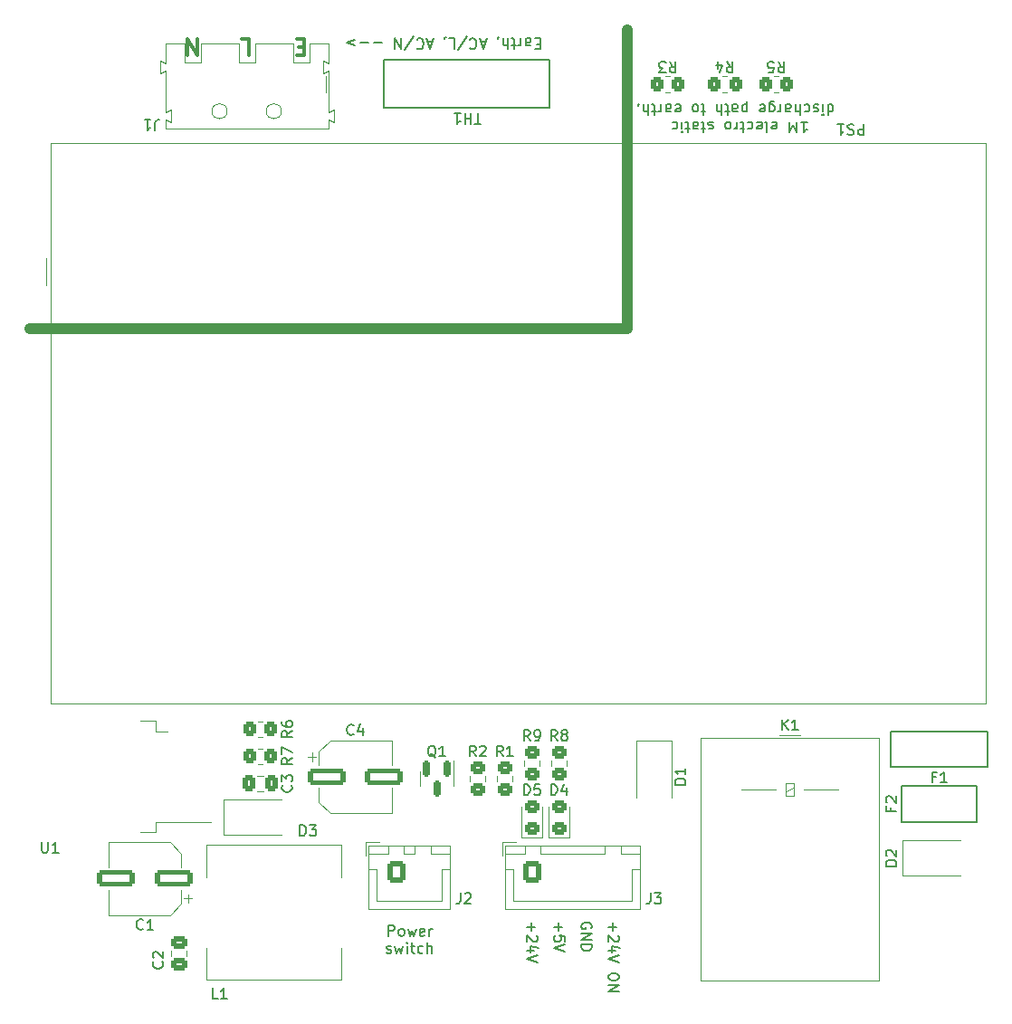
<source format=gto>
G04 #@! TF.GenerationSoftware,KiCad,Pcbnew,(6.0.9)*
G04 #@! TF.CreationDate,2022-12-10T11:16:04+01:00*
G04 #@! TF.ProjectId,IoT12 Power Supply,496f5431-3220-4506-9f77-657220537570,V1.2*
G04 #@! TF.SameCoordinates,Original*
G04 #@! TF.FileFunction,Legend,Top*
G04 #@! TF.FilePolarity,Positive*
%FSLAX46Y46*%
G04 Gerber Fmt 4.6, Leading zero omitted, Abs format (unit mm)*
G04 Created by KiCad (PCBNEW (6.0.9)) date 2022-12-10 11:16:04*
%MOMM*%
%LPD*%
G01*
G04 APERTURE LIST*
G04 Aperture macros list*
%AMRoundRect*
0 Rectangle with rounded corners*
0 $1 Rounding radius*
0 $2 $3 $4 $5 $6 $7 $8 $9 X,Y pos of 4 corners*
0 Add a 4 corners polygon primitive as box body*
4,1,4,$2,$3,$4,$5,$6,$7,$8,$9,$2,$3,0*
0 Add four circle primitives for the rounded corners*
1,1,$1+$1,$2,$3*
1,1,$1+$1,$4,$5*
1,1,$1+$1,$6,$7*
1,1,$1+$1,$8,$9*
0 Add four rect primitives between the rounded corners*
20,1,$1+$1,$2,$3,$4,$5,0*
20,1,$1+$1,$4,$5,$6,$7,0*
20,1,$1+$1,$6,$7,$8,$9,0*
20,1,$1+$1,$8,$9,$2,$3,0*%
G04 Aperture macros list end*
%ADD10C,1.000000*%
%ADD11C,0.300000*%
%ADD12C,0.150000*%
%ADD13C,0.120000*%
%ADD14C,1.700000*%
%ADD15R,3.000000X3.000000*%
%ADD16C,3.000000*%
%ADD17RoundRect,0.250000X-0.600000X-0.725000X0.600000X-0.725000X0.600000X0.725000X-0.600000X0.725000X0*%
%ADD18O,1.700000X1.950000*%
%ADD19C,0.800000*%
%ADD20C,6.400000*%
%ADD21R,2.500000X2.500000*%
%ADD22C,2.500000*%
%ADD23C,4.000000*%
%ADD24O,2.500000X2.500000*%
%ADD25RoundRect,0.250000X-0.350000X-0.450000X0.350000X-0.450000X0.350000X0.450000X-0.350000X0.450000X0*%
%ADD26R,2.500000X1.800000*%
%ADD27RoundRect,0.250000X0.350000X0.450000X-0.350000X0.450000X-0.350000X-0.450000X0.350000X-0.450000X0*%
%ADD28RoundRect,0.250000X0.337500X0.475000X-0.337500X0.475000X-0.337500X-0.475000X0.337500X-0.475000X0*%
%ADD29RoundRect,0.250000X-1.500000X-0.550000X1.500000X-0.550000X1.500000X0.550000X-1.500000X0.550000X0*%
%ADD30R,1.800000X2.500000*%
%ADD31R,2.900000X5.400000*%
%ADD32RoundRect,0.250000X-0.600000X-0.750000X0.600000X-0.750000X0.600000X0.750000X-0.600000X0.750000X0*%
%ADD33O,1.700000X2.000000*%
%ADD34RoundRect,0.250000X-0.450000X0.350000X-0.450000X-0.350000X0.450000X-0.350000X0.450000X0.350000X0*%
%ADD35R,4.600000X1.100000*%
%ADD36R,9.400000X10.800000*%
%ADD37RoundRect,0.250000X0.450000X-0.325000X0.450000X0.325000X-0.450000X0.325000X-0.450000X-0.325000X0*%
%ADD38C,1.800000*%
%ADD39C,1.600000*%
%ADD40RoundRect,0.250000X0.450000X-0.350000X0.450000X0.350000X-0.450000X0.350000X-0.450000X-0.350000X0*%
%ADD41RoundRect,0.250000X1.500000X0.550000X-1.500000X0.550000X-1.500000X-0.550000X1.500000X-0.550000X0*%
%ADD42RoundRect,0.150000X-0.150000X0.587500X-0.150000X-0.587500X0.150000X-0.587500X0.150000X0.587500X0*%
%ADD43RoundRect,0.250000X-0.475000X0.337500X-0.475000X-0.337500X0.475000X-0.337500X0.475000X0.337500X0*%
G04 APERTURE END LIST*
D10*
X106680000Y-81280000D02*
X162560000Y-81280000D01*
X162560000Y-81280000D02*
X162560000Y-53340000D01*
D11*
X122348571Y-54185428D02*
X122348571Y-55685428D01*
X121491428Y-54185428D01*
X121491428Y-55685428D01*
D12*
X140263809Y-138077380D02*
X140263809Y-137077380D01*
X140644761Y-137077380D01*
X140740000Y-137125000D01*
X140787619Y-137172619D01*
X140835238Y-137267857D01*
X140835238Y-137410714D01*
X140787619Y-137505952D01*
X140740000Y-137553571D01*
X140644761Y-137601190D01*
X140263809Y-137601190D01*
X141406666Y-138077380D02*
X141311428Y-138029761D01*
X141263809Y-137982142D01*
X141216190Y-137886904D01*
X141216190Y-137601190D01*
X141263809Y-137505952D01*
X141311428Y-137458333D01*
X141406666Y-137410714D01*
X141549523Y-137410714D01*
X141644761Y-137458333D01*
X141692380Y-137505952D01*
X141740000Y-137601190D01*
X141740000Y-137886904D01*
X141692380Y-137982142D01*
X141644761Y-138029761D01*
X141549523Y-138077380D01*
X141406666Y-138077380D01*
X142073333Y-137410714D02*
X142263809Y-138077380D01*
X142454285Y-137601190D01*
X142644761Y-138077380D01*
X142835238Y-137410714D01*
X143597142Y-138029761D02*
X143501904Y-138077380D01*
X143311428Y-138077380D01*
X143216190Y-138029761D01*
X143168571Y-137934523D01*
X143168571Y-137553571D01*
X143216190Y-137458333D01*
X143311428Y-137410714D01*
X143501904Y-137410714D01*
X143597142Y-137458333D01*
X143644761Y-137553571D01*
X143644761Y-137648809D01*
X143168571Y-137744047D01*
X144073333Y-138077380D02*
X144073333Y-137410714D01*
X144073333Y-137601190D02*
X144120952Y-137505952D01*
X144168571Y-137458333D01*
X144263809Y-137410714D01*
X144359047Y-137410714D01*
X140097142Y-139639761D02*
X140192380Y-139687380D01*
X140382857Y-139687380D01*
X140478095Y-139639761D01*
X140525714Y-139544523D01*
X140525714Y-139496904D01*
X140478095Y-139401666D01*
X140382857Y-139354047D01*
X140240000Y-139354047D01*
X140144761Y-139306428D01*
X140097142Y-139211190D01*
X140097142Y-139163571D01*
X140144761Y-139068333D01*
X140240000Y-139020714D01*
X140382857Y-139020714D01*
X140478095Y-139068333D01*
X140859047Y-139020714D02*
X141049523Y-139687380D01*
X141240000Y-139211190D01*
X141430476Y-139687380D01*
X141620952Y-139020714D01*
X142001904Y-139687380D02*
X142001904Y-139020714D01*
X142001904Y-138687380D02*
X141954285Y-138735000D01*
X142001904Y-138782619D01*
X142049523Y-138735000D01*
X142001904Y-138687380D01*
X142001904Y-138782619D01*
X142335238Y-139020714D02*
X142716190Y-139020714D01*
X142478095Y-138687380D02*
X142478095Y-139544523D01*
X142525714Y-139639761D01*
X142620952Y-139687380D01*
X142716190Y-139687380D01*
X143478095Y-139639761D02*
X143382857Y-139687380D01*
X143192380Y-139687380D01*
X143097142Y-139639761D01*
X143049523Y-139592142D01*
X143001904Y-139496904D01*
X143001904Y-139211190D01*
X143049523Y-139115952D01*
X143097142Y-139068333D01*
X143192380Y-139020714D01*
X143382857Y-139020714D01*
X143478095Y-139068333D01*
X143906666Y-139687380D02*
X143906666Y-138687380D01*
X144335238Y-139687380D02*
X144335238Y-139163571D01*
X144287619Y-139068333D01*
X144192380Y-139020714D01*
X144049523Y-139020714D01*
X143954285Y-139068333D01*
X143906666Y-139115952D01*
X154438809Y-54681428D02*
X154105476Y-54681428D01*
X153962619Y-54157619D02*
X154438809Y-54157619D01*
X154438809Y-55157619D01*
X153962619Y-55157619D01*
X153105476Y-54157619D02*
X153105476Y-54681428D01*
X153153095Y-54776666D01*
X153248333Y-54824285D01*
X153438809Y-54824285D01*
X153534047Y-54776666D01*
X153105476Y-54205238D02*
X153200714Y-54157619D01*
X153438809Y-54157619D01*
X153534047Y-54205238D01*
X153581666Y-54300476D01*
X153581666Y-54395714D01*
X153534047Y-54490952D01*
X153438809Y-54538571D01*
X153200714Y-54538571D01*
X153105476Y-54586190D01*
X152629285Y-54157619D02*
X152629285Y-54824285D01*
X152629285Y-54633809D02*
X152581666Y-54729047D01*
X152534047Y-54776666D01*
X152438809Y-54824285D01*
X152343571Y-54824285D01*
X152153095Y-54824285D02*
X151772142Y-54824285D01*
X152010238Y-55157619D02*
X152010238Y-54300476D01*
X151962619Y-54205238D01*
X151867380Y-54157619D01*
X151772142Y-54157619D01*
X151438809Y-54157619D02*
X151438809Y-55157619D01*
X151010238Y-54157619D02*
X151010238Y-54681428D01*
X151057857Y-54776666D01*
X151153095Y-54824285D01*
X151295952Y-54824285D01*
X151391190Y-54776666D01*
X151438809Y-54729047D01*
X150486428Y-54205238D02*
X150486428Y-54157619D01*
X150534047Y-54062380D01*
X150581666Y-54014761D01*
X149343571Y-54443333D02*
X148867380Y-54443333D01*
X149438809Y-54157619D02*
X149105476Y-55157619D01*
X148772142Y-54157619D01*
X147867380Y-54252857D02*
X147915000Y-54205238D01*
X148057857Y-54157619D01*
X148153095Y-54157619D01*
X148295952Y-54205238D01*
X148391190Y-54300476D01*
X148438809Y-54395714D01*
X148486428Y-54586190D01*
X148486428Y-54729047D01*
X148438809Y-54919523D01*
X148391190Y-55014761D01*
X148295952Y-55110000D01*
X148153095Y-55157619D01*
X148057857Y-55157619D01*
X147915000Y-55110000D01*
X147867380Y-55062380D01*
X146724523Y-55205238D02*
X147581666Y-53919523D01*
X145915000Y-54157619D02*
X146391190Y-54157619D01*
X146391190Y-55157619D01*
X145534047Y-54205238D02*
X145534047Y-54157619D01*
X145581666Y-54062380D01*
X145629285Y-54014761D01*
X144391190Y-54443333D02*
X143915000Y-54443333D01*
X144486428Y-54157619D02*
X144153095Y-55157619D01*
X143819761Y-54157619D01*
X142915000Y-54252857D02*
X142962619Y-54205238D01*
X143105476Y-54157619D01*
X143200714Y-54157619D01*
X143343571Y-54205238D01*
X143438809Y-54300476D01*
X143486428Y-54395714D01*
X143534047Y-54586190D01*
X143534047Y-54729047D01*
X143486428Y-54919523D01*
X143438809Y-55014761D01*
X143343571Y-55110000D01*
X143200714Y-55157619D01*
X143105476Y-55157619D01*
X142962619Y-55110000D01*
X142915000Y-55062380D01*
X141772142Y-55205238D02*
X142629285Y-53919523D01*
X141438809Y-54157619D02*
X141438809Y-55157619D01*
X140867380Y-54157619D01*
X140867380Y-55157619D01*
X139629285Y-54538571D02*
X138867380Y-54538571D01*
X138391190Y-54538571D02*
X137629285Y-54538571D01*
X137153095Y-54824285D02*
X136391190Y-54538571D01*
X137153095Y-54252857D01*
X156138571Y-136860595D02*
X156138571Y-137622500D01*
X155757619Y-137241547D02*
X156519523Y-137241547D01*
X156757619Y-138574880D02*
X156757619Y-138098690D01*
X156281428Y-138051071D01*
X156329047Y-138098690D01*
X156376666Y-138193928D01*
X156376666Y-138432023D01*
X156329047Y-138527261D01*
X156281428Y-138574880D01*
X156186190Y-138622500D01*
X155948095Y-138622500D01*
X155852857Y-138574880D01*
X155805238Y-138527261D01*
X155757619Y-138432023D01*
X155757619Y-138193928D01*
X155805238Y-138098690D01*
X155852857Y-138051071D01*
X156757619Y-138908214D02*
X155757619Y-139241547D01*
X156757619Y-139574880D01*
X153598571Y-136860595D02*
X153598571Y-137622500D01*
X153217619Y-137241547D02*
X153979523Y-137241547D01*
X154122380Y-138051071D02*
X154170000Y-138098690D01*
X154217619Y-138193928D01*
X154217619Y-138432023D01*
X154170000Y-138527261D01*
X154122380Y-138574880D01*
X154027142Y-138622500D01*
X153931904Y-138622500D01*
X153789047Y-138574880D01*
X153217619Y-138003452D01*
X153217619Y-138622500D01*
X153884285Y-139479642D02*
X153217619Y-139479642D01*
X154265238Y-139241547D02*
X153550952Y-139003452D01*
X153550952Y-139622500D01*
X154217619Y-139860595D02*
X153217619Y-140193928D01*
X154217619Y-140527261D01*
D11*
X132401428Y-54971142D02*
X131901428Y-54971142D01*
X131687142Y-54185428D02*
X132401428Y-54185428D01*
X132401428Y-55685428D01*
X131687142Y-55685428D01*
D12*
X159250000Y-137384404D02*
X159297619Y-137289166D01*
X159297619Y-137146309D01*
X159250000Y-137003452D01*
X159154761Y-136908214D01*
X159059523Y-136860595D01*
X158869047Y-136812976D01*
X158726190Y-136812976D01*
X158535714Y-136860595D01*
X158440476Y-136908214D01*
X158345238Y-137003452D01*
X158297619Y-137146309D01*
X158297619Y-137241547D01*
X158345238Y-137384404D01*
X158392857Y-137432023D01*
X158726190Y-137432023D01*
X158726190Y-137241547D01*
X158297619Y-137860595D02*
X159297619Y-137860595D01*
X158297619Y-138432023D01*
X159297619Y-138432023D01*
X158297619Y-138908214D02*
X159297619Y-138908214D01*
X159297619Y-139146309D01*
X159250000Y-139289166D01*
X159154761Y-139384404D01*
X159059523Y-139432023D01*
X158869047Y-139479642D01*
X158726190Y-139479642D01*
X158535714Y-139432023D01*
X158440476Y-139384404D01*
X158345238Y-139289166D01*
X158297619Y-139146309D01*
X158297619Y-138908214D01*
D11*
X126535714Y-54185428D02*
X127250000Y-54185428D01*
X127250000Y-55685428D01*
D12*
X161218571Y-136860595D02*
X161218571Y-137622500D01*
X160837619Y-137241547D02*
X161599523Y-137241547D01*
X161742380Y-138051071D02*
X161790000Y-138098690D01*
X161837619Y-138193928D01*
X161837619Y-138432023D01*
X161790000Y-138527261D01*
X161742380Y-138574880D01*
X161647142Y-138622500D01*
X161551904Y-138622500D01*
X161409047Y-138574880D01*
X160837619Y-138003452D01*
X160837619Y-138622500D01*
X161504285Y-139479642D02*
X160837619Y-139479642D01*
X161885238Y-139241547D02*
X161170952Y-139003452D01*
X161170952Y-139622500D01*
X161837619Y-139860595D02*
X160837619Y-140193928D01*
X161837619Y-140527261D01*
X161837619Y-141812976D02*
X161837619Y-142003452D01*
X161790000Y-142098690D01*
X161694761Y-142193928D01*
X161504285Y-142241547D01*
X161170952Y-142241547D01*
X160980476Y-142193928D01*
X160885238Y-142098690D01*
X160837619Y-142003452D01*
X160837619Y-141812976D01*
X160885238Y-141717738D01*
X160980476Y-141622500D01*
X161170952Y-141574880D01*
X161504285Y-141574880D01*
X161694761Y-141622500D01*
X161790000Y-141717738D01*
X161837619Y-141812976D01*
X160837619Y-142670119D02*
X161837619Y-142670119D01*
X160837619Y-143241547D01*
X161837619Y-143241547D01*
X178839047Y-61947619D02*
X179410476Y-61947619D01*
X179124761Y-61947619D02*
X179124761Y-62947619D01*
X179220000Y-62804761D01*
X179315238Y-62709523D01*
X179410476Y-62661904D01*
X178410476Y-61947619D02*
X178410476Y-62947619D01*
X178077142Y-62233333D01*
X177743809Y-62947619D01*
X177743809Y-61947619D01*
X176124761Y-61995238D02*
X176220000Y-61947619D01*
X176410476Y-61947619D01*
X176505714Y-61995238D01*
X176553333Y-62090476D01*
X176553333Y-62471428D01*
X176505714Y-62566666D01*
X176410476Y-62614285D01*
X176220000Y-62614285D01*
X176124761Y-62566666D01*
X176077142Y-62471428D01*
X176077142Y-62376190D01*
X176553333Y-62280952D01*
X175505714Y-61947619D02*
X175600952Y-61995238D01*
X175648571Y-62090476D01*
X175648571Y-62947619D01*
X174743809Y-61995238D02*
X174839047Y-61947619D01*
X175029523Y-61947619D01*
X175124761Y-61995238D01*
X175172380Y-62090476D01*
X175172380Y-62471428D01*
X175124761Y-62566666D01*
X175029523Y-62614285D01*
X174839047Y-62614285D01*
X174743809Y-62566666D01*
X174696190Y-62471428D01*
X174696190Y-62376190D01*
X175172380Y-62280952D01*
X173839047Y-61995238D02*
X173934285Y-61947619D01*
X174124761Y-61947619D01*
X174220000Y-61995238D01*
X174267619Y-62042857D01*
X174315238Y-62138095D01*
X174315238Y-62423809D01*
X174267619Y-62519047D01*
X174220000Y-62566666D01*
X174124761Y-62614285D01*
X173934285Y-62614285D01*
X173839047Y-62566666D01*
X173553333Y-62614285D02*
X173172380Y-62614285D01*
X173410476Y-62947619D02*
X173410476Y-62090476D01*
X173362857Y-61995238D01*
X173267619Y-61947619D01*
X173172380Y-61947619D01*
X172839047Y-61947619D02*
X172839047Y-62614285D01*
X172839047Y-62423809D02*
X172791428Y-62519047D01*
X172743809Y-62566666D01*
X172648571Y-62614285D01*
X172553333Y-62614285D01*
X172077142Y-61947619D02*
X172172380Y-61995238D01*
X172220000Y-62042857D01*
X172267619Y-62138095D01*
X172267619Y-62423809D01*
X172220000Y-62519047D01*
X172172380Y-62566666D01*
X172077142Y-62614285D01*
X171934285Y-62614285D01*
X171839047Y-62566666D01*
X171791428Y-62519047D01*
X171743809Y-62423809D01*
X171743809Y-62138095D01*
X171791428Y-62042857D01*
X171839047Y-61995238D01*
X171934285Y-61947619D01*
X172077142Y-61947619D01*
X170600952Y-61995238D02*
X170505714Y-61947619D01*
X170315238Y-61947619D01*
X170220000Y-61995238D01*
X170172380Y-62090476D01*
X170172380Y-62138095D01*
X170220000Y-62233333D01*
X170315238Y-62280952D01*
X170458095Y-62280952D01*
X170553333Y-62328571D01*
X170600952Y-62423809D01*
X170600952Y-62471428D01*
X170553333Y-62566666D01*
X170458095Y-62614285D01*
X170315238Y-62614285D01*
X170220000Y-62566666D01*
X169886666Y-62614285D02*
X169505714Y-62614285D01*
X169743809Y-62947619D02*
X169743809Y-62090476D01*
X169696190Y-61995238D01*
X169600952Y-61947619D01*
X169505714Y-61947619D01*
X168743809Y-61947619D02*
X168743809Y-62471428D01*
X168791428Y-62566666D01*
X168886666Y-62614285D01*
X169077142Y-62614285D01*
X169172380Y-62566666D01*
X168743809Y-61995238D02*
X168839047Y-61947619D01*
X169077142Y-61947619D01*
X169172380Y-61995238D01*
X169220000Y-62090476D01*
X169220000Y-62185714D01*
X169172380Y-62280952D01*
X169077142Y-62328571D01*
X168839047Y-62328571D01*
X168743809Y-62376190D01*
X168410476Y-62614285D02*
X168029523Y-62614285D01*
X168267619Y-62947619D02*
X168267619Y-62090476D01*
X168220000Y-61995238D01*
X168124761Y-61947619D01*
X168029523Y-61947619D01*
X167696190Y-61947619D02*
X167696190Y-62614285D01*
X167696190Y-62947619D02*
X167743809Y-62900000D01*
X167696190Y-62852380D01*
X167648571Y-62900000D01*
X167696190Y-62947619D01*
X167696190Y-62852380D01*
X166791428Y-61995238D02*
X166886666Y-61947619D01*
X167077142Y-61947619D01*
X167172380Y-61995238D01*
X167220000Y-62042857D01*
X167267619Y-62138095D01*
X167267619Y-62423809D01*
X167220000Y-62519047D01*
X167172380Y-62566666D01*
X167077142Y-62614285D01*
X166886666Y-62614285D01*
X166791428Y-62566666D01*
X181362857Y-60337619D02*
X181362857Y-61337619D01*
X181362857Y-60385238D02*
X181458095Y-60337619D01*
X181648571Y-60337619D01*
X181743809Y-60385238D01*
X181791428Y-60432857D01*
X181839047Y-60528095D01*
X181839047Y-60813809D01*
X181791428Y-60909047D01*
X181743809Y-60956666D01*
X181648571Y-61004285D01*
X181458095Y-61004285D01*
X181362857Y-60956666D01*
X180886666Y-60337619D02*
X180886666Y-61004285D01*
X180886666Y-61337619D02*
X180934285Y-61290000D01*
X180886666Y-61242380D01*
X180839047Y-61290000D01*
X180886666Y-61337619D01*
X180886666Y-61242380D01*
X180458095Y-60385238D02*
X180362857Y-60337619D01*
X180172380Y-60337619D01*
X180077142Y-60385238D01*
X180029523Y-60480476D01*
X180029523Y-60528095D01*
X180077142Y-60623333D01*
X180172380Y-60670952D01*
X180315238Y-60670952D01*
X180410476Y-60718571D01*
X180458095Y-60813809D01*
X180458095Y-60861428D01*
X180410476Y-60956666D01*
X180315238Y-61004285D01*
X180172380Y-61004285D01*
X180077142Y-60956666D01*
X179172380Y-60385238D02*
X179267619Y-60337619D01*
X179458095Y-60337619D01*
X179553333Y-60385238D01*
X179600952Y-60432857D01*
X179648571Y-60528095D01*
X179648571Y-60813809D01*
X179600952Y-60909047D01*
X179553333Y-60956666D01*
X179458095Y-61004285D01*
X179267619Y-61004285D01*
X179172380Y-60956666D01*
X178743809Y-60337619D02*
X178743809Y-61337619D01*
X178315238Y-60337619D02*
X178315238Y-60861428D01*
X178362857Y-60956666D01*
X178458095Y-61004285D01*
X178600952Y-61004285D01*
X178696190Y-60956666D01*
X178743809Y-60909047D01*
X177410476Y-60337619D02*
X177410476Y-60861428D01*
X177458095Y-60956666D01*
X177553333Y-61004285D01*
X177743809Y-61004285D01*
X177839047Y-60956666D01*
X177410476Y-60385238D02*
X177505714Y-60337619D01*
X177743809Y-60337619D01*
X177839047Y-60385238D01*
X177886666Y-60480476D01*
X177886666Y-60575714D01*
X177839047Y-60670952D01*
X177743809Y-60718571D01*
X177505714Y-60718571D01*
X177410476Y-60766190D01*
X176934285Y-60337619D02*
X176934285Y-61004285D01*
X176934285Y-60813809D02*
X176886666Y-60909047D01*
X176839047Y-60956666D01*
X176743809Y-61004285D01*
X176648571Y-61004285D01*
X175886666Y-61004285D02*
X175886666Y-60194761D01*
X175934285Y-60099523D01*
X175981904Y-60051904D01*
X176077142Y-60004285D01*
X176220000Y-60004285D01*
X176315238Y-60051904D01*
X175886666Y-60385238D02*
X175981904Y-60337619D01*
X176172380Y-60337619D01*
X176267619Y-60385238D01*
X176315238Y-60432857D01*
X176362857Y-60528095D01*
X176362857Y-60813809D01*
X176315238Y-60909047D01*
X176267619Y-60956666D01*
X176172380Y-61004285D01*
X175981904Y-61004285D01*
X175886666Y-60956666D01*
X175029523Y-60385238D02*
X175124761Y-60337619D01*
X175315238Y-60337619D01*
X175410476Y-60385238D01*
X175458095Y-60480476D01*
X175458095Y-60861428D01*
X175410476Y-60956666D01*
X175315238Y-61004285D01*
X175124761Y-61004285D01*
X175029523Y-60956666D01*
X174981904Y-60861428D01*
X174981904Y-60766190D01*
X175458095Y-60670952D01*
X173791428Y-61004285D02*
X173791428Y-60004285D01*
X173791428Y-60956666D02*
X173696190Y-61004285D01*
X173505714Y-61004285D01*
X173410476Y-60956666D01*
X173362857Y-60909047D01*
X173315238Y-60813809D01*
X173315238Y-60528095D01*
X173362857Y-60432857D01*
X173410476Y-60385238D01*
X173505714Y-60337619D01*
X173696190Y-60337619D01*
X173791428Y-60385238D01*
X172458095Y-60337619D02*
X172458095Y-60861428D01*
X172505714Y-60956666D01*
X172600952Y-61004285D01*
X172791428Y-61004285D01*
X172886666Y-60956666D01*
X172458095Y-60385238D02*
X172553333Y-60337619D01*
X172791428Y-60337619D01*
X172886666Y-60385238D01*
X172934285Y-60480476D01*
X172934285Y-60575714D01*
X172886666Y-60670952D01*
X172791428Y-60718571D01*
X172553333Y-60718571D01*
X172458095Y-60766190D01*
X172124761Y-61004285D02*
X171743809Y-61004285D01*
X171981904Y-61337619D02*
X171981904Y-60480476D01*
X171934285Y-60385238D01*
X171839047Y-60337619D01*
X171743809Y-60337619D01*
X171410476Y-60337619D02*
X171410476Y-61337619D01*
X170981904Y-60337619D02*
X170981904Y-60861428D01*
X171029523Y-60956666D01*
X171124761Y-61004285D01*
X171267619Y-61004285D01*
X171362857Y-60956666D01*
X171410476Y-60909047D01*
X169886666Y-61004285D02*
X169505714Y-61004285D01*
X169743809Y-61337619D02*
X169743809Y-60480476D01*
X169696190Y-60385238D01*
X169600952Y-60337619D01*
X169505714Y-60337619D01*
X169029523Y-60337619D02*
X169124761Y-60385238D01*
X169172380Y-60432857D01*
X169220000Y-60528095D01*
X169220000Y-60813809D01*
X169172380Y-60909047D01*
X169124761Y-60956666D01*
X169029523Y-61004285D01*
X168886666Y-61004285D01*
X168791428Y-60956666D01*
X168743809Y-60909047D01*
X168696190Y-60813809D01*
X168696190Y-60528095D01*
X168743809Y-60432857D01*
X168791428Y-60385238D01*
X168886666Y-60337619D01*
X169029523Y-60337619D01*
X167124761Y-60385238D02*
X167220000Y-60337619D01*
X167410476Y-60337619D01*
X167505714Y-60385238D01*
X167553333Y-60480476D01*
X167553333Y-60861428D01*
X167505714Y-60956666D01*
X167410476Y-61004285D01*
X167220000Y-61004285D01*
X167124761Y-60956666D01*
X167077142Y-60861428D01*
X167077142Y-60766190D01*
X167553333Y-60670952D01*
X166220000Y-60337619D02*
X166220000Y-60861428D01*
X166267619Y-60956666D01*
X166362857Y-61004285D01*
X166553333Y-61004285D01*
X166648571Y-60956666D01*
X166220000Y-60385238D02*
X166315238Y-60337619D01*
X166553333Y-60337619D01*
X166648571Y-60385238D01*
X166696190Y-60480476D01*
X166696190Y-60575714D01*
X166648571Y-60670952D01*
X166553333Y-60718571D01*
X166315238Y-60718571D01*
X166220000Y-60766190D01*
X165743809Y-60337619D02*
X165743809Y-61004285D01*
X165743809Y-60813809D02*
X165696190Y-60909047D01*
X165648571Y-60956666D01*
X165553333Y-61004285D01*
X165458095Y-61004285D01*
X165267619Y-61004285D02*
X164886666Y-61004285D01*
X165124761Y-61337619D02*
X165124761Y-60480476D01*
X165077142Y-60385238D01*
X164981904Y-60337619D01*
X164886666Y-60337619D01*
X164553333Y-60337619D02*
X164553333Y-61337619D01*
X164124761Y-60337619D02*
X164124761Y-60861428D01*
X164172380Y-60956666D01*
X164267619Y-61004285D01*
X164410476Y-61004285D01*
X164505714Y-60956666D01*
X164553333Y-60909047D01*
X163648571Y-60432857D02*
X163600952Y-60385238D01*
X163648571Y-60337619D01*
X163696190Y-60385238D01*
X163648571Y-60432857D01*
X163648571Y-60337619D01*
X191436666Y-123228571D02*
X191103333Y-123228571D01*
X191103333Y-123752380D02*
X191103333Y-122752380D01*
X191579523Y-122752380D01*
X192484285Y-123752380D02*
X191912857Y-123752380D01*
X192198571Y-123752380D02*
X192198571Y-122752380D01*
X192103333Y-122895238D01*
X192008095Y-122990476D01*
X191912857Y-123038095D01*
X118443333Y-62777619D02*
X118443333Y-62063333D01*
X118490952Y-61920476D01*
X118586190Y-61825238D01*
X118729047Y-61777619D01*
X118824285Y-61777619D01*
X117443333Y-61777619D02*
X118014761Y-61777619D01*
X117729047Y-61777619D02*
X117729047Y-62777619D01*
X117824285Y-62634761D01*
X117919523Y-62539523D01*
X118014761Y-62491904D01*
X164766666Y-134072380D02*
X164766666Y-134786666D01*
X164719047Y-134929523D01*
X164623809Y-135024761D01*
X164480952Y-135072380D01*
X164385714Y-135072380D01*
X165147619Y-134072380D02*
X165766666Y-134072380D01*
X165433333Y-134453333D01*
X165576190Y-134453333D01*
X165671428Y-134500952D01*
X165719047Y-134548571D01*
X165766666Y-134643809D01*
X165766666Y-134881904D01*
X165719047Y-134977142D01*
X165671428Y-135024761D01*
X165576190Y-135072380D01*
X165290476Y-135072380D01*
X165195238Y-135024761D01*
X165147619Y-134977142D01*
X184729285Y-62158619D02*
X184729285Y-63158619D01*
X184348333Y-63158619D01*
X184253095Y-63111000D01*
X184205476Y-63063380D01*
X184157857Y-62968142D01*
X184157857Y-62825285D01*
X184205476Y-62730047D01*
X184253095Y-62682428D01*
X184348333Y-62634809D01*
X184729285Y-62634809D01*
X183776904Y-62206238D02*
X183634047Y-62158619D01*
X183395952Y-62158619D01*
X183300714Y-62206238D01*
X183253095Y-62253857D01*
X183205476Y-62349095D01*
X183205476Y-62444333D01*
X183253095Y-62539571D01*
X183300714Y-62587190D01*
X183395952Y-62634809D01*
X183586428Y-62682428D01*
X183681666Y-62730047D01*
X183729285Y-62777666D01*
X183776904Y-62872904D01*
X183776904Y-62968142D01*
X183729285Y-63063380D01*
X183681666Y-63111000D01*
X183586428Y-63158619D01*
X183348333Y-63158619D01*
X183205476Y-63111000D01*
X182253095Y-62158619D02*
X182824523Y-62158619D01*
X182538809Y-62158619D02*
X182538809Y-63158619D01*
X182634047Y-63015761D01*
X182729285Y-62920523D01*
X182824523Y-62872904D01*
X177061904Y-118834880D02*
X177061904Y-117834880D01*
X177633333Y-118834880D02*
X177204761Y-118263452D01*
X177633333Y-117834880D02*
X177061904Y-118406309D01*
X178585714Y-118834880D02*
X178014285Y-118834880D01*
X178300000Y-118834880D02*
X178300000Y-117834880D01*
X178204761Y-117977738D01*
X178109523Y-118072976D01*
X178014285Y-118120595D01*
X166536666Y-56317619D02*
X166870000Y-56793809D01*
X167108095Y-56317619D02*
X167108095Y-57317619D01*
X166727142Y-57317619D01*
X166631904Y-57270000D01*
X166584285Y-57222380D01*
X166536666Y-57127142D01*
X166536666Y-56984285D01*
X166584285Y-56889047D01*
X166631904Y-56841428D01*
X166727142Y-56793809D01*
X167108095Y-56793809D01*
X166203333Y-57317619D02*
X165584285Y-57317619D01*
X165917619Y-56936666D01*
X165774761Y-56936666D01*
X165679523Y-56889047D01*
X165631904Y-56841428D01*
X165584285Y-56746190D01*
X165584285Y-56508095D01*
X165631904Y-56412857D01*
X165679523Y-56365238D01*
X165774761Y-56317619D01*
X166060476Y-56317619D01*
X166155714Y-56365238D01*
X166203333Y-56412857D01*
X187777380Y-131548095D02*
X186777380Y-131548095D01*
X186777380Y-131310000D01*
X186825000Y-131167142D01*
X186920238Y-131071904D01*
X187015476Y-131024285D01*
X187205952Y-130976666D01*
X187348809Y-130976666D01*
X187539285Y-131024285D01*
X187634523Y-131071904D01*
X187729761Y-131167142D01*
X187777380Y-131310000D01*
X187777380Y-131548095D01*
X186872619Y-130595714D02*
X186825000Y-130548095D01*
X186777380Y-130452857D01*
X186777380Y-130214761D01*
X186825000Y-130119523D01*
X186872619Y-130071904D01*
X186967857Y-130024285D01*
X187063095Y-130024285D01*
X187205952Y-130071904D01*
X187777380Y-130643333D01*
X187777380Y-130024285D01*
X171886666Y-56317619D02*
X172220000Y-56793809D01*
X172458095Y-56317619D02*
X172458095Y-57317619D01*
X172077142Y-57317619D01*
X171981904Y-57270000D01*
X171934285Y-57222380D01*
X171886666Y-57127142D01*
X171886666Y-56984285D01*
X171934285Y-56889047D01*
X171981904Y-56841428D01*
X172077142Y-56793809D01*
X172458095Y-56793809D01*
X171029523Y-56984285D02*
X171029523Y-56317619D01*
X171267619Y-57365238D02*
X171505714Y-56650952D01*
X170886666Y-56650952D01*
X131262380Y-118911666D02*
X130786190Y-119245000D01*
X131262380Y-119483095D02*
X130262380Y-119483095D01*
X130262380Y-119102142D01*
X130310000Y-119006904D01*
X130357619Y-118959285D01*
X130452857Y-118911666D01*
X130595714Y-118911666D01*
X130690952Y-118959285D01*
X130738571Y-119006904D01*
X130786190Y-119102142D01*
X130786190Y-119483095D01*
X130262380Y-118054523D02*
X130262380Y-118245000D01*
X130310000Y-118340238D01*
X130357619Y-118387857D01*
X130500476Y-118483095D01*
X130690952Y-118530714D01*
X131071904Y-118530714D01*
X131167142Y-118483095D01*
X131214761Y-118435476D01*
X131262380Y-118340238D01*
X131262380Y-118149761D01*
X131214761Y-118054523D01*
X131167142Y-118006904D01*
X131071904Y-117959285D01*
X130833809Y-117959285D01*
X130738571Y-118006904D01*
X130690952Y-118054523D01*
X130643333Y-118149761D01*
X130643333Y-118340238D01*
X130690952Y-118435476D01*
X130738571Y-118483095D01*
X130833809Y-118530714D01*
X131167142Y-123991666D02*
X131214761Y-124039285D01*
X131262380Y-124182142D01*
X131262380Y-124277380D01*
X131214761Y-124420238D01*
X131119523Y-124515476D01*
X131024285Y-124563095D01*
X130833809Y-124610714D01*
X130690952Y-124610714D01*
X130500476Y-124563095D01*
X130405238Y-124515476D01*
X130310000Y-124420238D01*
X130262380Y-124277380D01*
X130262380Y-124182142D01*
X130310000Y-124039285D01*
X130357619Y-123991666D01*
X130262380Y-123658333D02*
X130262380Y-123039285D01*
X130643333Y-123372619D01*
X130643333Y-123229761D01*
X130690952Y-123134523D01*
X130738571Y-123086904D01*
X130833809Y-123039285D01*
X131071904Y-123039285D01*
X131167142Y-123086904D01*
X131214761Y-123134523D01*
X131262380Y-123229761D01*
X131262380Y-123515476D01*
X131214761Y-123610714D01*
X131167142Y-123658333D01*
X131976904Y-128722380D02*
X131976904Y-127722380D01*
X132215000Y-127722380D01*
X132357857Y-127770000D01*
X132453095Y-127865238D01*
X132500714Y-127960476D01*
X132548333Y-128150952D01*
X132548333Y-128293809D01*
X132500714Y-128484285D01*
X132453095Y-128579523D01*
X132357857Y-128674761D01*
X132215000Y-128722380D01*
X131976904Y-128722380D01*
X132881666Y-127722380D02*
X133500714Y-127722380D01*
X133167380Y-128103333D01*
X133310238Y-128103333D01*
X133405476Y-128150952D01*
X133453095Y-128198571D01*
X133500714Y-128293809D01*
X133500714Y-128531904D01*
X133453095Y-128627142D01*
X133405476Y-128674761D01*
X133310238Y-128722380D01*
X133024523Y-128722380D01*
X132929285Y-128674761D01*
X132881666Y-128627142D01*
X131262380Y-121451666D02*
X130786190Y-121785000D01*
X131262380Y-122023095D02*
X130262380Y-122023095D01*
X130262380Y-121642142D01*
X130310000Y-121546904D01*
X130357619Y-121499285D01*
X130452857Y-121451666D01*
X130595714Y-121451666D01*
X130690952Y-121499285D01*
X130738571Y-121546904D01*
X130786190Y-121642142D01*
X130786190Y-122023095D01*
X130262380Y-121118333D02*
X130262380Y-120451666D01*
X131262380Y-120880238D01*
X136993333Y-119197142D02*
X136945714Y-119244761D01*
X136802857Y-119292380D01*
X136707619Y-119292380D01*
X136564761Y-119244761D01*
X136469523Y-119149523D01*
X136421904Y-119054285D01*
X136374285Y-118863809D01*
X136374285Y-118720952D01*
X136421904Y-118530476D01*
X136469523Y-118435238D01*
X136564761Y-118340000D01*
X136707619Y-118292380D01*
X136802857Y-118292380D01*
X136945714Y-118340000D01*
X136993333Y-118387619D01*
X137850476Y-118625714D02*
X137850476Y-119292380D01*
X137612380Y-118244761D02*
X137374285Y-118959047D01*
X137993333Y-118959047D01*
X168052380Y-123928095D02*
X167052380Y-123928095D01*
X167052380Y-123690000D01*
X167100000Y-123547142D01*
X167195238Y-123451904D01*
X167290476Y-123404285D01*
X167480952Y-123356666D01*
X167623809Y-123356666D01*
X167814285Y-123404285D01*
X167909523Y-123451904D01*
X168004761Y-123547142D01*
X168052380Y-123690000D01*
X168052380Y-123928095D01*
X168052380Y-122404285D02*
X168052380Y-122975714D01*
X168052380Y-122690000D02*
X167052380Y-122690000D01*
X167195238Y-122785238D01*
X167290476Y-122880476D01*
X167338095Y-122975714D01*
X124293333Y-143962380D02*
X123817142Y-143962380D01*
X123817142Y-142962380D01*
X125150476Y-143962380D02*
X124579047Y-143962380D01*
X124864761Y-143962380D02*
X124864761Y-142962380D01*
X124769523Y-143105238D01*
X124674285Y-143200476D01*
X124579047Y-143248095D01*
X146986666Y-134072380D02*
X146986666Y-134786666D01*
X146939047Y-134929523D01*
X146843809Y-135024761D01*
X146700952Y-135072380D01*
X146605714Y-135072380D01*
X147415238Y-134167619D02*
X147462857Y-134120000D01*
X147558095Y-134072380D01*
X147796190Y-134072380D01*
X147891428Y-134120000D01*
X147939047Y-134167619D01*
X147986666Y-134262857D01*
X147986666Y-134358095D01*
X147939047Y-134500952D01*
X147367619Y-135072380D01*
X147986666Y-135072380D01*
X148423333Y-121297380D02*
X148090000Y-120821190D01*
X147851904Y-121297380D02*
X147851904Y-120297380D01*
X148232857Y-120297380D01*
X148328095Y-120345000D01*
X148375714Y-120392619D01*
X148423333Y-120487857D01*
X148423333Y-120630714D01*
X148375714Y-120725952D01*
X148328095Y-120773571D01*
X148232857Y-120821190D01*
X147851904Y-120821190D01*
X148804285Y-120392619D02*
X148851904Y-120345000D01*
X148947142Y-120297380D01*
X149185238Y-120297380D01*
X149280476Y-120345000D01*
X149328095Y-120392619D01*
X149375714Y-120487857D01*
X149375714Y-120583095D01*
X149328095Y-120725952D01*
X148756666Y-121297380D01*
X149375714Y-121297380D01*
X107823095Y-129292380D02*
X107823095Y-130101904D01*
X107870714Y-130197142D01*
X107918333Y-130244761D01*
X108013571Y-130292380D01*
X108204047Y-130292380D01*
X108299285Y-130244761D01*
X108346904Y-130197142D01*
X108394523Y-130101904D01*
X108394523Y-129292380D01*
X109394523Y-130292380D02*
X108823095Y-130292380D01*
X109108809Y-130292380D02*
X109108809Y-129292380D01*
X109013571Y-129435238D01*
X108918333Y-129530476D01*
X108823095Y-129578095D01*
X155471904Y-124912380D02*
X155471904Y-123912380D01*
X155710000Y-123912380D01*
X155852857Y-123960000D01*
X155948095Y-124055238D01*
X155995714Y-124150476D01*
X156043333Y-124340952D01*
X156043333Y-124483809D01*
X155995714Y-124674285D01*
X155948095Y-124769523D01*
X155852857Y-124864761D01*
X155710000Y-124912380D01*
X155471904Y-124912380D01*
X156900476Y-124245714D02*
X156900476Y-124912380D01*
X156662380Y-123864761D02*
X156424285Y-124579047D01*
X157043333Y-124579047D01*
X176696666Y-56317619D02*
X177030000Y-56793809D01*
X177268095Y-56317619D02*
X177268095Y-57317619D01*
X176887142Y-57317619D01*
X176791904Y-57270000D01*
X176744285Y-57222380D01*
X176696666Y-57127142D01*
X176696666Y-56984285D01*
X176744285Y-56889047D01*
X176791904Y-56841428D01*
X176887142Y-56793809D01*
X177268095Y-56793809D01*
X175791904Y-57317619D02*
X176268095Y-57317619D01*
X176315714Y-56841428D01*
X176268095Y-56889047D01*
X176172857Y-56936666D01*
X175934761Y-56936666D01*
X175839523Y-56889047D01*
X175791904Y-56841428D01*
X175744285Y-56746190D01*
X175744285Y-56508095D01*
X175791904Y-56412857D01*
X175839523Y-56365238D01*
X175934761Y-56317619D01*
X176172857Y-56317619D01*
X176268095Y-56365238D01*
X176315714Y-56412857D01*
X148895714Y-62157619D02*
X148324285Y-62157619D01*
X148610000Y-61157619D02*
X148610000Y-62157619D01*
X147990952Y-61157619D02*
X147990952Y-62157619D01*
X147990952Y-61681428D02*
X147419523Y-61681428D01*
X147419523Y-61157619D02*
X147419523Y-62157619D01*
X146419523Y-61157619D02*
X146990952Y-61157619D01*
X146705238Y-61157619D02*
X146705238Y-62157619D01*
X146800476Y-62014761D01*
X146895714Y-61919523D01*
X146990952Y-61871904D01*
X152931904Y-124912380D02*
X152931904Y-123912380D01*
X153170000Y-123912380D01*
X153312857Y-123960000D01*
X153408095Y-124055238D01*
X153455714Y-124150476D01*
X153503333Y-124340952D01*
X153503333Y-124483809D01*
X153455714Y-124674285D01*
X153408095Y-124769523D01*
X153312857Y-124864761D01*
X153170000Y-124912380D01*
X152931904Y-124912380D01*
X154408095Y-123912380D02*
X153931904Y-123912380D01*
X153884285Y-124388571D01*
X153931904Y-124340952D01*
X154027142Y-124293333D01*
X154265238Y-124293333D01*
X154360476Y-124340952D01*
X154408095Y-124388571D01*
X154455714Y-124483809D01*
X154455714Y-124721904D01*
X154408095Y-124817142D01*
X154360476Y-124864761D01*
X154265238Y-124912380D01*
X154027142Y-124912380D01*
X153931904Y-124864761D01*
X153884285Y-124817142D01*
X187253571Y-126063333D02*
X187253571Y-126396666D01*
X187777380Y-126396666D02*
X186777380Y-126396666D01*
X186777380Y-125920476D01*
X186872619Y-125587142D02*
X186825000Y-125539523D01*
X186777380Y-125444285D01*
X186777380Y-125206190D01*
X186825000Y-125110952D01*
X186872619Y-125063333D01*
X186967857Y-125015714D01*
X187063095Y-125015714D01*
X187205952Y-125063333D01*
X187777380Y-125634761D01*
X187777380Y-125015714D01*
X153503333Y-119832380D02*
X153170000Y-119356190D01*
X152931904Y-119832380D02*
X152931904Y-118832380D01*
X153312857Y-118832380D01*
X153408095Y-118880000D01*
X153455714Y-118927619D01*
X153503333Y-119022857D01*
X153503333Y-119165714D01*
X153455714Y-119260952D01*
X153408095Y-119308571D01*
X153312857Y-119356190D01*
X152931904Y-119356190D01*
X153979523Y-119832380D02*
X154170000Y-119832380D01*
X154265238Y-119784761D01*
X154312857Y-119737142D01*
X154408095Y-119594285D01*
X154455714Y-119403809D01*
X154455714Y-119022857D01*
X154408095Y-118927619D01*
X154360476Y-118880000D01*
X154265238Y-118832380D01*
X154074761Y-118832380D01*
X153979523Y-118880000D01*
X153931904Y-118927619D01*
X153884285Y-119022857D01*
X153884285Y-119260952D01*
X153931904Y-119356190D01*
X153979523Y-119403809D01*
X154074761Y-119451428D01*
X154265238Y-119451428D01*
X154360476Y-119403809D01*
X154408095Y-119356190D01*
X154455714Y-119260952D01*
X150963333Y-121297380D02*
X150630000Y-120821190D01*
X150391904Y-121297380D02*
X150391904Y-120297380D01*
X150772857Y-120297380D01*
X150868095Y-120345000D01*
X150915714Y-120392619D01*
X150963333Y-120487857D01*
X150963333Y-120630714D01*
X150915714Y-120725952D01*
X150868095Y-120773571D01*
X150772857Y-120821190D01*
X150391904Y-120821190D01*
X151915714Y-121297380D02*
X151344285Y-121297380D01*
X151630000Y-121297380D02*
X151630000Y-120297380D01*
X151534761Y-120440238D01*
X151439523Y-120535476D01*
X151344285Y-120583095D01*
X156043333Y-119832380D02*
X155710000Y-119356190D01*
X155471904Y-119832380D02*
X155471904Y-118832380D01*
X155852857Y-118832380D01*
X155948095Y-118880000D01*
X155995714Y-118927619D01*
X156043333Y-119022857D01*
X156043333Y-119165714D01*
X155995714Y-119260952D01*
X155948095Y-119308571D01*
X155852857Y-119356190D01*
X155471904Y-119356190D01*
X156614761Y-119260952D02*
X156519523Y-119213333D01*
X156471904Y-119165714D01*
X156424285Y-119070476D01*
X156424285Y-119022857D01*
X156471904Y-118927619D01*
X156519523Y-118880000D01*
X156614761Y-118832380D01*
X156805238Y-118832380D01*
X156900476Y-118880000D01*
X156948095Y-118927619D01*
X156995714Y-119022857D01*
X156995714Y-119070476D01*
X156948095Y-119165714D01*
X156900476Y-119213333D01*
X156805238Y-119260952D01*
X156614761Y-119260952D01*
X156519523Y-119308571D01*
X156471904Y-119356190D01*
X156424285Y-119451428D01*
X156424285Y-119641904D01*
X156471904Y-119737142D01*
X156519523Y-119784761D01*
X156614761Y-119832380D01*
X156805238Y-119832380D01*
X156900476Y-119784761D01*
X156948095Y-119737142D01*
X156995714Y-119641904D01*
X156995714Y-119451428D01*
X156948095Y-119356190D01*
X156900476Y-119308571D01*
X156805238Y-119260952D01*
X117308333Y-137422142D02*
X117260714Y-137469761D01*
X117117857Y-137517380D01*
X117022619Y-137517380D01*
X116879761Y-137469761D01*
X116784523Y-137374523D01*
X116736904Y-137279285D01*
X116689285Y-137088809D01*
X116689285Y-136945952D01*
X116736904Y-136755476D01*
X116784523Y-136660238D01*
X116879761Y-136565000D01*
X117022619Y-136517380D01*
X117117857Y-136517380D01*
X117260714Y-136565000D01*
X117308333Y-136612619D01*
X118260714Y-137517380D02*
X117689285Y-137517380D01*
X117975000Y-137517380D02*
X117975000Y-136517380D01*
X117879761Y-136660238D01*
X117784523Y-136755476D01*
X117689285Y-136803095D01*
X144684761Y-121392619D02*
X144589523Y-121345000D01*
X144494285Y-121249761D01*
X144351428Y-121106904D01*
X144256190Y-121059285D01*
X144160952Y-121059285D01*
X144208571Y-121297380D02*
X144113333Y-121249761D01*
X144018095Y-121154523D01*
X143970476Y-120964047D01*
X143970476Y-120630714D01*
X144018095Y-120440238D01*
X144113333Y-120345000D01*
X144208571Y-120297380D01*
X144399047Y-120297380D01*
X144494285Y-120345000D01*
X144589523Y-120440238D01*
X144637142Y-120630714D01*
X144637142Y-120964047D01*
X144589523Y-121154523D01*
X144494285Y-121249761D01*
X144399047Y-121297380D01*
X144208571Y-121297380D01*
X145589523Y-121297380D02*
X145018095Y-121297380D01*
X145303809Y-121297380D02*
X145303809Y-120297380D01*
X145208571Y-120440238D01*
X145113333Y-120535476D01*
X145018095Y-120583095D01*
X119102142Y-140501666D02*
X119149761Y-140549285D01*
X119197380Y-140692142D01*
X119197380Y-140787380D01*
X119149761Y-140930238D01*
X119054523Y-141025476D01*
X118959285Y-141073095D01*
X118768809Y-141120714D01*
X118625952Y-141120714D01*
X118435476Y-141073095D01*
X118340238Y-141025476D01*
X118245000Y-140930238D01*
X118197380Y-140787380D01*
X118197380Y-140692142D01*
X118245000Y-140549285D01*
X118292619Y-140501666D01*
X118292619Y-140120714D02*
X118245000Y-140073095D01*
X118197380Y-139977857D01*
X118197380Y-139739761D01*
X118245000Y-139644523D01*
X118292619Y-139596904D01*
X118387857Y-139549285D01*
X118483095Y-139549285D01*
X118625952Y-139596904D01*
X119197380Y-140168333D01*
X119197380Y-139549285D01*
X187270000Y-122300000D02*
X196270000Y-122300000D01*
X187270000Y-119000000D02*
X196270000Y-119000000D01*
X187270000Y-119000000D02*
X187270000Y-122300000D01*
X196270000Y-119000000D02*
X196270000Y-122300000D01*
D13*
X119380000Y-62620000D02*
X119380000Y-61722000D01*
X134620000Y-56515000D02*
X134112000Y-56261000D01*
X122682000Y-54610000D02*
X122682000Y-56388000D01*
X122682000Y-56388000D02*
X121158000Y-56388000D01*
X119888000Y-60833000D02*
X119380000Y-61087000D01*
X131318000Y-54610000D02*
X127762000Y-54610000D01*
X135128000Y-60833000D02*
X134620000Y-61087000D01*
X118872000Y-56261000D02*
X118872000Y-57404000D01*
X119380000Y-61722000D02*
X119888000Y-61976000D01*
X121158000Y-56388000D02*
X121158000Y-54610000D01*
X134620000Y-61087000D02*
X134620000Y-57150000D01*
X119380000Y-56515000D02*
X119380000Y-54610000D01*
X121158000Y-54610000D02*
X119380000Y-54610000D01*
X134112000Y-57404000D02*
X134620000Y-57150000D01*
X119380000Y-56515000D02*
X118872000Y-56261000D01*
X132842000Y-54610000D02*
X132842000Y-56388000D01*
X132842000Y-56388000D02*
X131318000Y-56388000D01*
X119888000Y-61976000D02*
X119888000Y-60833000D01*
X134366000Y-59182000D02*
X134366000Y-57658000D01*
X134620000Y-61722000D02*
X135128000Y-61976000D01*
X126238000Y-56388000D02*
X126238000Y-54610000D01*
X118872000Y-57404000D02*
X119380000Y-57150000D01*
X127762000Y-56388000D02*
X126238000Y-56388000D01*
X134620000Y-54610000D02*
X132842000Y-54610000D01*
X131318000Y-56388000D02*
X131318000Y-54610000D01*
X127762000Y-54610000D02*
X127762000Y-56388000D01*
X119380000Y-61087000D02*
X119380000Y-57150000D01*
X126238000Y-54610000D02*
X122682000Y-54610000D01*
X135128000Y-61976000D02*
X135128000Y-60833000D01*
X119380000Y-62620000D02*
X134620000Y-62620000D01*
X134620000Y-62620000D02*
X134620000Y-61722000D01*
X134112000Y-56261000D02*
X134112000Y-57404000D01*
X134620000Y-56515000D02*
X134620000Y-54610000D01*
X130258420Y-60960000D02*
G75*
G03*
X130258420Y-60960000I-718420J0D01*
G01*
X125178420Y-60960000D02*
G75*
G03*
X125178420Y-60960000I-718420J0D01*
G01*
X160500000Y-130380000D02*
X160500000Y-129630000D01*
X153000000Y-129630000D02*
X151200000Y-129630000D01*
X163800000Y-130380000D02*
X163800000Y-129630000D01*
X151200000Y-130380000D02*
X153000000Y-130380000D01*
X160500000Y-129630000D02*
X154500000Y-129630000D01*
X154500000Y-129630000D02*
X154500000Y-130380000D01*
X163050000Y-134830000D02*
X157500000Y-134830000D01*
X163810000Y-129620000D02*
X151190000Y-129620000D01*
X151950000Y-131880000D02*
X151950000Y-134830000D01*
X163810000Y-135590000D02*
X163810000Y-129620000D01*
X163800000Y-129630000D02*
X162000000Y-129630000D01*
X153000000Y-130380000D02*
X153000000Y-129630000D01*
X154500000Y-130380000D02*
X160500000Y-130380000D01*
X163800000Y-131880000D02*
X163050000Y-131880000D01*
X150900000Y-129330000D02*
X150900000Y-130580000D01*
X162000000Y-129630000D02*
X162000000Y-130380000D01*
X163050000Y-131880000D02*
X163050000Y-134830000D01*
X151200000Y-131880000D02*
X151950000Y-131880000D01*
X151950000Y-134830000D02*
X157500000Y-134830000D01*
X151190000Y-129620000D02*
X151190000Y-135590000D01*
X151200000Y-129630000D02*
X151200000Y-130380000D01*
X152150000Y-129330000D02*
X150900000Y-129330000D01*
X151190000Y-135590000D02*
X163810000Y-135590000D01*
X162000000Y-130380000D02*
X163800000Y-130380000D01*
X108210000Y-77220000D02*
X108210000Y-74720000D01*
X196098400Y-63964200D02*
X108698400Y-63964200D01*
X196098400Y-116364200D02*
X196098400Y-63964200D01*
X108698400Y-63964200D02*
X108698400Y-116364200D01*
X108698400Y-116364200D02*
X196098400Y-116364200D01*
X177450000Y-124982500D02*
X178150000Y-124982500D01*
X176800000Y-119272500D02*
X178800000Y-119272500D01*
X173300000Y-124382500D02*
X176450000Y-124382500D01*
X177450000Y-124582500D02*
X178150000Y-124182500D01*
X179150000Y-124382500D02*
X182300000Y-124382500D01*
X177450000Y-123782500D02*
X177450000Y-124982500D01*
X169450000Y-119532500D02*
X169450000Y-142232500D01*
X169450000Y-142232500D02*
X186150000Y-142232500D01*
X178150000Y-124982500D02*
X178150000Y-123782500D01*
X178150000Y-123782500D02*
X177450000Y-123782500D01*
X186150000Y-142232500D02*
X186150000Y-119532500D01*
X186150000Y-119532500D02*
X169450000Y-119532500D01*
X166142936Y-59155000D02*
X166597064Y-59155000D01*
X166142936Y-57685000D02*
X166597064Y-57685000D01*
X188370000Y-129160000D02*
X188370000Y-132460000D01*
X188370000Y-132460000D02*
X193770000Y-132460000D01*
X188370000Y-129160000D02*
X193770000Y-129160000D01*
X171492936Y-59155000D02*
X171947064Y-59155000D01*
X171492936Y-57685000D02*
X171947064Y-57685000D01*
X128497064Y-119480000D02*
X128042936Y-119480000D01*
X128497064Y-118010000D02*
X128042936Y-118010000D01*
X128531252Y-123090000D02*
X128008748Y-123090000D01*
X128531252Y-124560000D02*
X128008748Y-124560000D01*
X124870000Y-125350000D02*
X124870000Y-128650000D01*
X124870000Y-128650000D02*
X130270000Y-128650000D01*
X124870000Y-125350000D02*
X130270000Y-125350000D01*
X128497064Y-122020000D02*
X128042936Y-122020000D01*
X128497064Y-120550000D02*
X128042936Y-120550000D01*
X134814437Y-119780000D02*
X140570000Y-119780000D01*
X134814437Y-126600000D02*
X140570000Y-126600000D01*
X133750000Y-125535563D02*
X133750000Y-124250000D01*
X132722500Y-121342500D02*
X133510000Y-121342500D01*
X140570000Y-119780000D02*
X140570000Y-122130000D01*
X133750000Y-120844437D02*
X134814437Y-119780000D01*
X133750000Y-125535563D02*
X134814437Y-126600000D01*
X140570000Y-126600000D02*
X140570000Y-124250000D01*
X133116250Y-120948750D02*
X133116250Y-121736250D01*
X133750000Y-120844437D02*
X133750000Y-122130000D01*
X166750000Y-119790000D02*
X163450000Y-119790000D01*
X163450000Y-119790000D02*
X163450000Y-125190000D01*
X166750000Y-119790000D02*
X166750000Y-125190000D01*
X135840000Y-139190000D02*
X135840000Y-142190000D01*
X123240000Y-132590000D02*
X123240000Y-129590000D01*
X135840000Y-142190000D02*
X123240000Y-142190000D01*
X135840000Y-129590000D02*
X135840000Y-132590000D01*
X123240000Y-129590000D02*
X135840000Y-129590000D01*
X123240000Y-142190000D02*
X123240000Y-139190000D01*
X146030000Y-129620000D02*
X138410000Y-129620000D01*
X142720000Y-129630000D02*
X141720000Y-129630000D01*
X140220000Y-129630000D02*
X138420000Y-129630000D01*
X138410000Y-135590000D02*
X146030000Y-135590000D01*
X146020000Y-131880000D02*
X145270000Y-131880000D01*
X146020000Y-130380000D02*
X146020000Y-129630000D01*
X141720000Y-130380000D02*
X142720000Y-130380000D01*
X145270000Y-134830000D02*
X142220000Y-134830000D01*
X139170000Y-131880000D02*
X139170000Y-134830000D01*
X139370000Y-129330000D02*
X138120000Y-129330000D01*
X139170000Y-134830000D02*
X142220000Y-134830000D01*
X138120000Y-129330000D02*
X138120000Y-130580000D01*
X146020000Y-129630000D02*
X144220000Y-129630000D01*
X138420000Y-129630000D02*
X138420000Y-130380000D01*
X141720000Y-129630000D02*
X141720000Y-130380000D01*
X138420000Y-131880000D02*
X139170000Y-131880000D01*
X140220000Y-130380000D02*
X140220000Y-129630000D01*
X146030000Y-135590000D02*
X146030000Y-129620000D01*
X145270000Y-131880000D02*
X145270000Y-134830000D01*
X138410000Y-129620000D02*
X138410000Y-135590000D01*
X138420000Y-130380000D02*
X140220000Y-130380000D01*
X144220000Y-129630000D02*
X144220000Y-130380000D01*
X144220000Y-130380000D02*
X146020000Y-130380000D01*
X142720000Y-130380000D02*
X142720000Y-129630000D01*
X147855000Y-123157936D02*
X147855000Y-123612064D01*
X149325000Y-123157936D02*
X149325000Y-123612064D01*
X118520000Y-127440000D02*
X123645000Y-127440000D01*
X118520000Y-117990000D02*
X118520000Y-118940000D01*
X118520000Y-128390000D02*
X118520000Y-127440000D01*
X118520000Y-118940000D02*
X119620000Y-118940000D01*
X117020000Y-117990000D02*
X118520000Y-117990000D01*
X117020000Y-128390000D02*
X118520000Y-128390000D01*
X155250000Y-126000000D02*
X155250000Y-128860000D01*
X155250000Y-128860000D02*
X157170000Y-128860000D01*
X157170000Y-128860000D02*
X157170000Y-126000000D01*
X176302936Y-57685000D02*
X176757064Y-57685000D01*
X176302936Y-59155000D02*
X176757064Y-59155000D01*
D12*
X139860000Y-56110000D02*
X139860000Y-60610000D01*
X139860000Y-60610000D02*
X155360000Y-60610000D01*
X155360000Y-56110000D02*
X155360000Y-60610000D01*
X139860000Y-56110000D02*
X155360000Y-56110000D01*
D13*
X154630000Y-128860000D02*
X154630000Y-126000000D01*
X152710000Y-128860000D02*
X154630000Y-128860000D01*
X152710000Y-126000000D02*
X152710000Y-128860000D01*
D12*
X188270000Y-127430000D02*
X195270000Y-127430000D01*
X195270000Y-124030000D02*
X195270000Y-127430000D01*
X188270000Y-124030000D02*
X188270000Y-127430000D01*
X188270000Y-124030000D02*
X195270000Y-124030000D01*
D13*
X154405000Y-121692936D02*
X154405000Y-122147064D01*
X152935000Y-121692936D02*
X152935000Y-122147064D01*
X151865000Y-123612064D02*
X151865000Y-123157936D01*
X150395000Y-123612064D02*
X150395000Y-123157936D01*
X156945000Y-121692936D02*
X156945000Y-122147064D01*
X155475000Y-121692936D02*
X155475000Y-122147064D01*
X120885000Y-135060563D02*
X119820563Y-136125000D01*
X121518750Y-134956250D02*
X121518750Y-134168750D01*
X120885000Y-130369437D02*
X119820563Y-129305000D01*
X121912500Y-134562500D02*
X121125000Y-134562500D01*
X114065000Y-136125000D02*
X114065000Y-133775000D01*
X119820563Y-136125000D02*
X114065000Y-136125000D01*
X119820563Y-129305000D02*
X114065000Y-129305000D01*
X120885000Y-130369437D02*
X120885000Y-131655000D01*
X114065000Y-129305000D02*
X114065000Y-131655000D01*
X120885000Y-135060563D02*
X120885000Y-133775000D01*
X143220000Y-123385000D02*
X143220000Y-124035000D01*
X146340000Y-123385000D02*
X146340000Y-121710000D01*
X143220000Y-123385000D02*
X143220000Y-122735000D01*
X146340000Y-123385000D02*
X146340000Y-124035000D01*
X119915000Y-139438748D02*
X119915000Y-139961252D01*
X121385000Y-139438748D02*
X121385000Y-139961252D01*
%LPC*%
D14*
X189270000Y-120050000D03*
X194270000Y-121250000D03*
D15*
X132080000Y-58420000D03*
D16*
X127000000Y-58420000D03*
X121920000Y-58420000D03*
D17*
X153750000Y-132080000D03*
D18*
X156250000Y-132080000D03*
X158750000Y-132080000D03*
X161250000Y-132080000D03*
D19*
X191342944Y-56722944D03*
X194737056Y-60117056D03*
X193040000Y-60820000D03*
X194737056Y-56722944D03*
D20*
X193040000Y-58420000D03*
D19*
X190640000Y-58420000D03*
X193040000Y-56020000D03*
X191342944Y-60117056D03*
X195440000Y-58420000D03*
X195440000Y-139700000D03*
X193040000Y-142100000D03*
X194737056Y-141397056D03*
D20*
X193040000Y-139700000D03*
D19*
X190640000Y-139700000D03*
X191342944Y-138002944D03*
X193040000Y-137300000D03*
X194737056Y-138002944D03*
X191342944Y-141397056D03*
X111760000Y-60820000D03*
X111760000Y-56020000D03*
X113457056Y-56722944D03*
X110062944Y-60117056D03*
X113457056Y-60117056D03*
X110062944Y-56722944D03*
X109360000Y-58420000D03*
X114160000Y-58420000D03*
D20*
X111760000Y-58420000D03*
D19*
X111760000Y-137300000D03*
X113457056Y-138002944D03*
X113457056Y-141397056D03*
X109360000Y-139700000D03*
D20*
X111760000Y-139700000D03*
D19*
X110062944Y-138002944D03*
X110062944Y-141397056D03*
X111760000Y-142100000D03*
X114160000Y-139700000D03*
D21*
X114198400Y-75914200D03*
D22*
X114198400Y-69164200D03*
D23*
X190198400Y-110414200D03*
X190198400Y-104914200D03*
D21*
X177800000Y-122182500D03*
D24*
X171800000Y-124182500D03*
X171800000Y-136382500D03*
X183800000Y-136382500D03*
X183800000Y-124182500D03*
D25*
X165370000Y-58420000D03*
X167370000Y-58420000D03*
D26*
X189770000Y-130810000D03*
X193770000Y-130810000D03*
D25*
X170720000Y-58420000D03*
X172720000Y-58420000D03*
D27*
X129270000Y-118745000D03*
X127270000Y-118745000D03*
D28*
X129307500Y-123825000D03*
X127232500Y-123825000D03*
D26*
X126270000Y-127000000D03*
X130270000Y-127000000D03*
D27*
X129270000Y-121285000D03*
X127270000Y-121285000D03*
D29*
X134460000Y-123190000D03*
X139860000Y-123190000D03*
D30*
X165100000Y-121190000D03*
X165100000Y-125190000D03*
D31*
X124590000Y-135890000D03*
X134490000Y-135890000D03*
D32*
X140970000Y-132080000D03*
D33*
X143470000Y-132080000D03*
D34*
X148590000Y-122385000D03*
X148590000Y-124385000D03*
D35*
X121345000Y-126590000D03*
X121345000Y-124890000D03*
X121345000Y-123190000D03*
D36*
X112195000Y-123190000D03*
D35*
X121345000Y-121490000D03*
X121345000Y-119790000D03*
D37*
X156210000Y-128025000D03*
X156210000Y-125975000D03*
D25*
X175530000Y-58420000D03*
X177530000Y-58420000D03*
D38*
X143860000Y-57360000D03*
X151360000Y-59360000D03*
D37*
X153670000Y-128025000D03*
X153670000Y-125975000D03*
D39*
X189270000Y-125080000D03*
X194270000Y-126380000D03*
D34*
X153670000Y-120920000D03*
X153670000Y-122920000D03*
D40*
X151130000Y-124385000D03*
X151130000Y-122385000D03*
D34*
X156210000Y-120920000D03*
X156210000Y-122920000D03*
D41*
X120175000Y-132715000D03*
X114775000Y-132715000D03*
D42*
X145730000Y-122447500D03*
X143830000Y-122447500D03*
X144780000Y-124322500D03*
D43*
X120650000Y-138662500D03*
X120650000Y-140737500D03*
M02*

</source>
